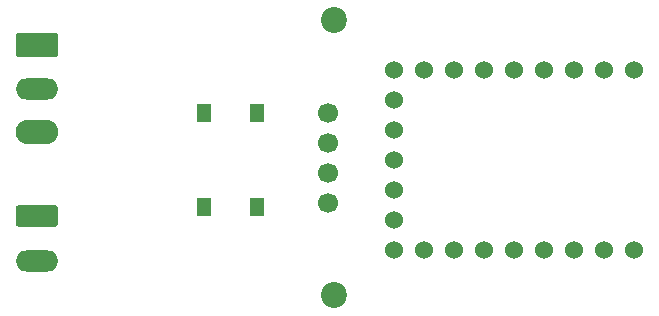
<source format=gbr>
%TF.GenerationSoftware,KiCad,Pcbnew,7.0.10*%
%TF.CreationDate,2024-02-11T13:06:30-05:00*%
%TF.ProjectId,RP2040_Count,52503230-3430-45f4-936f-756e742e6b69,v2*%
%TF.SameCoordinates,Original*%
%TF.FileFunction,Soldermask,Bot*%
%TF.FilePolarity,Negative*%
%FSLAX46Y46*%
G04 Gerber Fmt 4.6, Leading zero omitted, Abs format (unit mm)*
G04 Created by KiCad (PCBNEW 7.0.10) date 2024-02-11 13:06:30*
%MOMM*%
%LPD*%
G01*
G04 APERTURE LIST*
G04 Aperture macros list*
%AMRoundRect*
0 Rectangle with rounded corners*
0 $1 Rounding radius*
0 $2 $3 $4 $5 $6 $7 $8 $9 X,Y pos of 4 corners*
0 Add a 4 corners polygon primitive as box body*
4,1,4,$2,$3,$4,$5,$6,$7,$8,$9,$2,$3,0*
0 Add four circle primitives for the rounded corners*
1,1,$1+$1,$2,$3*
1,1,$1+$1,$4,$5*
1,1,$1+$1,$6,$7*
1,1,$1+$1,$8,$9*
0 Add four rect primitives between the rounded corners*
20,1,$1+$1,$2,$3,$4,$5,0*
20,1,$1+$1,$4,$5,$6,$7,0*
20,1,$1+$1,$6,$7,$8,$9,0*
20,1,$1+$1,$8,$9,$2,$3,0*%
G04 Aperture macros list end*
%ADD10C,1.524000*%
%ADD11RoundRect,0.250000X-1.550000X0.650000X-1.550000X-0.650000X1.550000X-0.650000X1.550000X0.650000X0*%
%ADD12O,3.600000X1.800000*%
%ADD13RoundRect,0.291667X-1.508333X0.758333X-1.508333X-0.758333X1.508333X-0.758333X1.508333X0.758333X0*%
%ADD14O,3.600000X2.100000*%
%ADD15C,2.200000*%
%ADD16C,1.700000*%
%ADD17R,1.300000X1.550000*%
G04 APERTURE END LIST*
D10*
%TO.C,U5*%
X155910000Y-79760000D03*
X153370000Y-79760000D03*
X150830000Y-79760000D03*
X148290000Y-79760000D03*
X145750000Y-79760000D03*
X143210000Y-79760000D03*
X140670000Y-79760000D03*
X138130000Y-79760000D03*
X135590000Y-79760000D03*
X135600000Y-82300000D03*
X135600000Y-84840000D03*
X135600000Y-87380000D03*
X135600000Y-89920000D03*
X135600000Y-92460000D03*
X135590000Y-95000000D03*
X138130000Y-95000000D03*
X140670000Y-95000000D03*
X143210000Y-95000000D03*
X145750000Y-95000000D03*
X148290000Y-95000000D03*
X150830000Y-95000000D03*
X153370000Y-95000000D03*
X155910000Y-95000000D03*
%TD*%
D11*
%TO.C,TB1*%
X105357500Y-92112500D03*
D12*
X105357500Y-95922500D03*
%TD*%
D13*
%TO.C,J2*%
X105357500Y-77680000D03*
D12*
X105357500Y-81340000D03*
D14*
X105357500Y-85000000D03*
%TD*%
D15*
%TO.C,J3*%
X130500000Y-75550000D03*
X130500000Y-98850000D03*
D16*
X130000000Y-91000000D03*
X130000000Y-88500000D03*
X130000000Y-85900000D03*
X130000000Y-83400000D03*
%TD*%
D17*
%TO.C,SW1*%
X124000000Y-91350000D03*
X124000000Y-83400000D03*
X119500000Y-91350000D03*
X119500000Y-83400000D03*
%TD*%
M02*

</source>
